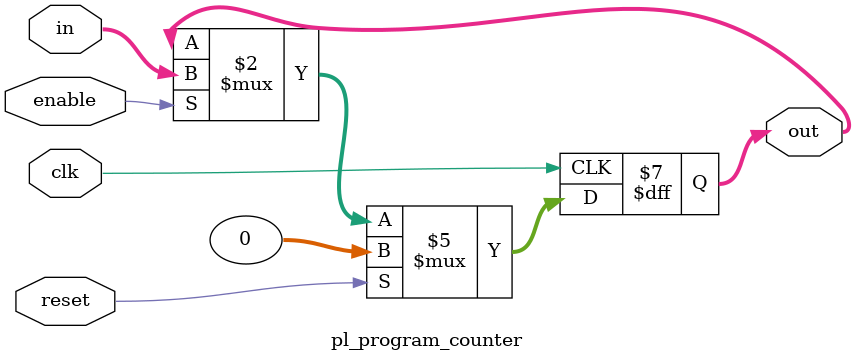
<source format=sv>
`timescale 1ns / 1ps

module pl_program_counter(
    input  logic [31:0] in,
    input  logic        clk,
    input  logic        reset,
    input  logic        enable,
    output logic [31:0] out
    );
    
    always_ff @(posedge clk) begin
        if(reset) begin
            out <= 32'd0;
        end
        else if (enable) begin
            out <= in;
        end
    end
         
endmodule

</source>
